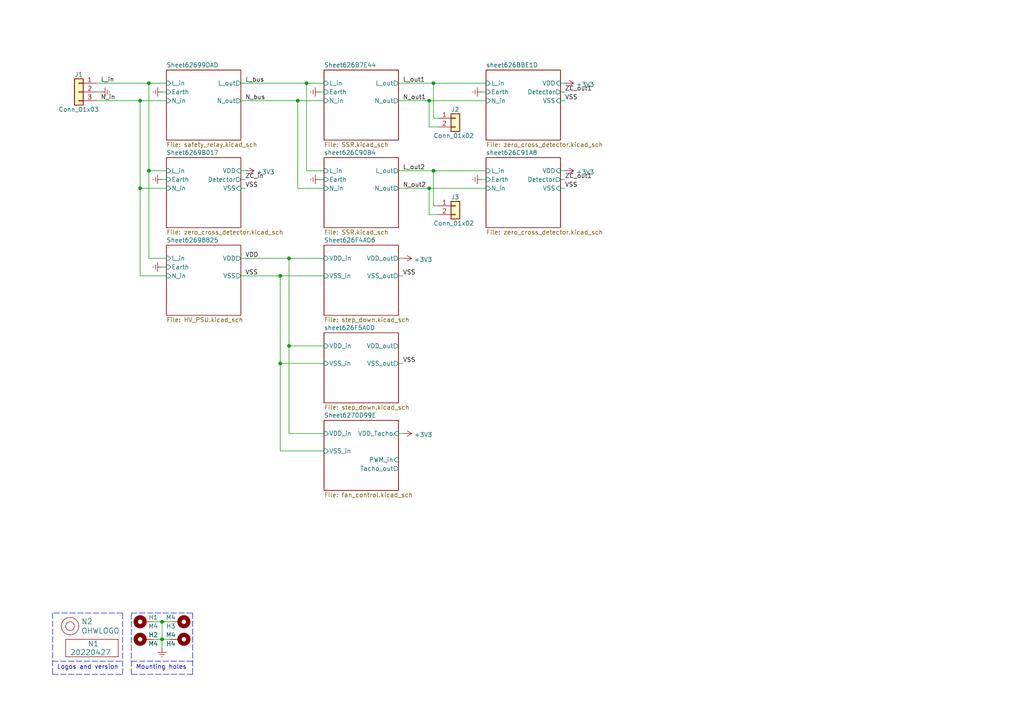
<source format=kicad_sch>
(kicad_sch (version 20211123) (generator eeschema)
  (paper "A4")
  (lib_symbols
    (symbol "Connector_Generic:Conn_01x02" (pin_names (offset 1.016) hide)
      (property "Reference" "J" (at 0 2.54 0))
      (property "Value" "Conn_01x02" (at 0 -5.08 0))
      (symbol "Conn_01x02_1_1"
        (rectangle (start -1.27 -2.413) (end 0 -2.667) (stroke (width 0.1524)))
        (rectangle (start -1.27 0.127) (end 0 -0.127) (stroke (width 0.1524)))
        (rectangle (start -1.27 1.27) (end 1.27 -3.81) (stroke (width 0.254)) (fill (type background)))
        (pin passive line (at -5.08 0 0) (length 3.81) (name "Pin_1") (number "1"))
        (pin passive line (at -5.08 -2.54 0) (length 3.81) (name "Pin_2") (number "2"))
      )
    )
    (symbol "Connector_Generic:Conn_01x03" (pin_names (offset 1.016) hide)
      (property "Reference" "J" (at 0 5.08 0))
      (property "Value" "Conn_01x03" (at 0 -5.08 0))
      (symbol "Conn_01x03_1_1"
        (rectangle (start -1.27 -2.413) (end 0 -2.667) (stroke (width 0.1524)))
        (rectangle (start -1.27 0.127) (end 0 -0.127) (stroke (width 0.1524)))
        (rectangle (start -1.27 2.667) (end 0 2.413) (stroke (width 0.1524)))
        (rectangle (start -1.27 3.81) (end 1.27 -3.81) (stroke (width 0.254)) (fill (type background)))
        (pin passive line (at -5.08 2.54 0) (length 3.81) (name "Pin_1") (number "1"))
        (pin passive line (at -5.08 0 0) (length 3.81) (name "Pin_2") (number "2"))
        (pin passive line (at -5.08 -2.54 0) (length 3.81) (name "Pin_3") (number "3"))
      )
    )
    (symbol "Mechanical:MountingHole_Pad" (pin_numbers hide) (pin_names (offset 1.016) hide)
      (property "Reference" "H" (at 0 6.35 0))
      (property "Value" "MountingHole_Pad" (at 0 4.445 0))
      (symbol "MountingHole_Pad_0_1"
        (circle (center 0 1.27) (radius 1.27) (stroke (width 1.27)))
      )
      (symbol "MountingHole_Pad_1_1"
        (pin input line (at 0 -2.54 90) (length 2.54) (name "1") (number "1"))
      )
    )
    (symbol "SquantorLabels:OHWLOGO" (pin_names (offset 1.016))
      (property "Reference" "N" (at 0 3.81 0))
      (property "Value" "OHWLOGO" (at 0 -3.81 0))
      (symbol "OHWLOGO_0_1"
        (circle (center 0 0) (radius 1.27))
        (circle (center 0 0) (radius 2.54))
      )
    )
    (symbol "SquantorLabels:VYYYYMMDD" (pin_names (offset 1.016))
      (property "Reference" "N" (at 0 2.54 0))
      (property "Value" "VYYYYMMDD" (at 0 0 0))
      (symbol "VYYYYMMDD_0_1"
        (rectangle (start 7.62 -1.27) (end -7.62 3.81))
      )
    )
    (symbol "power:+3.3V" (power) (pin_names (offset 0))
      (property "Value" "+3.3V" (at 0 3.556 0))
      (symbol "+3.3V_0_1"
        (polyline (pts (xy -0.762 1.27) (xy 0 2.54)))
        (polyline (pts (xy 0 0) (xy 0 2.54)))
        (polyline (pts (xy 0 2.54) (xy 0.762 1.27)))
      )
      (symbol "+3.3V_1_1"
        (pin power_in line (at 0 0 90) (length 0) hide (name "+3V3") (number "1"))
      )
    )
    (symbol "power:Earth" (power) (pin_names (offset 0))
      (symbol "Earth_0_1"
        (polyline (pts (xy -0.635 -1.905) (xy 0.635 -1.905)))
        (polyline (pts (xy -0.127 -2.54) (xy 0.127 -2.54)))
        (polyline (pts (xy 0 -1.27) (xy 0 0)))
        (polyline (pts (xy 1.27 -1.27) (xy -1.27 -1.27)))
      )
      (symbol "Earth_1_1"
        (pin power_in line (at 0 0 270) (length 0) hide (name "Earth") (number "1"))
      )
    )
  )
  (junction (at 40.64 29.21))
  (junction (at 81.28 105.41))
  (junction (at 40.64 54.61))
  (junction (at 83.82 74.93))
  (junction (at 43.18 49.53))
  (junction (at 124.46 29.21))
  (junction (at 81.28 80.01))
  (junction (at 124.46 54.61))
  (junction (at 83.82 100.33))
  (junction (at 46.99 180.34))
  (junction (at 86.36 29.21))
  (junction (at 46.99 185.42))
  (junction (at 125.73 24.13))
  (junction (at 88.9 24.13))
  (junction (at 125.73 49.53))
  (junction (at 43.18 24.13))
  (wire (pts (xy 71.12 52.07) (xy 69.85 52.07)))
  (wire (pts (xy 43.18 24.13) (xy 48.26 24.13)))
  (wire (pts (xy 43.18 49.53) (xy 48.26 49.53)))
  (polyline (pts (xy 15.24 191.77) (xy 35.56 191.77)))
  (polyline (pts (xy 15.24 195.58) (xy 35.56 195.58)))
  (wire (pts (xy 139.7 26.67) (xy 140.97 26.67)))
  (wire (pts (xy 88.9 24.13) (xy 93.98 24.13)))
  (wire (pts (xy 127 59.69) (xy 125.73 59.69)))
  (wire (pts (xy 43.18 24.13) (xy 43.18 49.53)))
  (wire (pts (xy 86.36 29.21) (xy 86.36 54.61)))
  (wire (pts (xy 43.18 74.93) (xy 43.18 49.53)))
  (wire (pts (xy 40.64 80.01) (xy 48.26 80.01)))
  (wire (pts (xy 83.82 74.93) (xy 83.82 100.33)))
  (wire (pts (xy 83.82 125.73) (xy 93.98 125.73)))
  (wire (pts (xy 86.36 54.61) (xy 93.98 54.61)))
  (wire (pts (xy 162.56 52.07) (xy 163.83 52.07)))
  (wire (pts (xy 69.85 29.21) (xy 86.36 29.21)))
  (polyline (pts (xy 35.56 195.58) (xy 35.56 177.8)))
  (wire (pts (xy 116.84 80.01) (xy 115.57 80.01)))
  (wire (pts (xy 46.99 52.07) (xy 48.26 52.07)))
  (wire (pts (xy 83.82 74.93) (xy 93.98 74.93)))
  (wire (pts (xy 69.85 24.13) (xy 88.9 24.13)))
  (wire (pts (xy 40.64 29.21) (xy 40.64 54.61)))
  (wire (pts (xy 46.99 180.34) (xy 49.53 180.34)))
  (wire (pts (xy 125.73 34.29) (xy 125.73 24.13)))
  (wire (pts (xy 139.7 52.07) (xy 140.97 52.07)))
  (wire (pts (xy 44.45 185.42) (xy 46.99 185.42)))
  (wire (pts (xy 49.53 185.42) (xy 46.99 185.42)))
  (wire (pts (xy 83.82 100.33) (xy 93.98 100.33)))
  (wire (pts (xy 81.28 80.01) (xy 93.98 80.01)))
  (polyline (pts (xy 38.1 195.58) (xy 38.1 177.8)))
  (wire (pts (xy 92.71 52.07) (xy 93.98 52.07)))
  (wire (pts (xy 162.56 26.67) (xy 163.83 26.67)))
  (wire (pts (xy 88.9 49.53) (xy 88.9 24.13)))
  (polyline (pts (xy 38.1 191.77) (xy 55.88 191.77)))
  (polyline (pts (xy 55.88 195.58) (xy 38.1 195.58)))
  (wire (pts (xy 115.57 54.61) (xy 124.46 54.61)))
  (wire (pts (xy 125.73 49.53) (xy 140.97 49.53)))
  (wire (pts (xy 83.82 100.33) (xy 83.82 125.73)))
  (wire (pts (xy 48.26 74.93) (xy 43.18 74.93)))
  (wire (pts (xy 81.28 105.41) (xy 81.28 130.81)))
  (wire (pts (xy 81.28 105.41) (xy 93.98 105.41)))
  (wire (pts (xy 27.94 29.21) (xy 40.64 29.21)))
  (polyline (pts (xy 35.56 177.8) (xy 15.24 177.8)))
  (wire (pts (xy 127 34.29) (xy 125.73 34.29)))
  (wire (pts (xy 124.46 29.21) (xy 140.97 29.21)))
  (wire (pts (xy 163.83 29.21) (xy 162.56 29.21)))
  (wire (pts (xy 116.84 105.41) (xy 115.57 105.41)))
  (wire (pts (xy 46.99 26.67) (xy 48.26 26.67)))
  (wire (pts (xy 86.36 29.21) (xy 93.98 29.21)))
  (wire (pts (xy 124.46 29.21) (xy 124.46 36.83)))
  (wire (pts (xy 40.64 29.21) (xy 48.26 29.21)))
  (wire (pts (xy 92.71 26.67) (xy 93.98 26.67)))
  (wire (pts (xy 163.83 54.61) (xy 162.56 54.61)))
  (wire (pts (xy 46.99 185.42) (xy 46.99 187.96)))
  (polyline (pts (xy 15.24 177.8) (xy 15.24 195.58)))
  (wire (pts (xy 115.57 49.53) (xy 125.73 49.53)))
  (wire (pts (xy 71.12 49.53) (xy 69.85 49.53)))
  (wire (pts (xy 93.98 49.53) (xy 88.9 49.53)))
  (wire (pts (xy 40.64 54.61) (xy 40.64 80.01)))
  (wire (pts (xy 44.45 180.34) (xy 46.99 180.34)))
  (wire (pts (xy 115.57 29.21) (xy 124.46 29.21)))
  (wire (pts (xy 125.73 24.13) (xy 140.97 24.13)))
  (wire (pts (xy 124.46 62.23) (xy 127 62.23)))
  (wire (pts (xy 69.85 80.01) (xy 81.28 80.01)))
  (wire (pts (xy 27.94 26.67) (xy 29.21 26.67)))
  (wire (pts (xy 124.46 36.83) (xy 127 36.83)))
  (wire (pts (xy 163.83 24.13) (xy 162.56 24.13)))
  (wire (pts (xy 46.99 77.47) (xy 48.26 77.47)))
  (wire (pts (xy 115.57 24.13) (xy 125.73 24.13)))
  (wire (pts (xy 40.64 54.61) (xy 48.26 54.61)))
  (wire (pts (xy 81.28 130.81) (xy 93.98 130.81)))
  (wire (pts (xy 125.73 59.69) (xy 125.73 49.53)))
  (polyline (pts (xy 55.88 177.8) (xy 55.88 195.58)))
  (wire (pts (xy 116.84 74.93) (xy 115.57 74.93)))
  (wire (pts (xy 124.46 54.61) (xy 124.46 62.23)))
  (polyline (pts (xy 38.1 177.8) (xy 55.88 177.8)))
  (wire (pts (xy 46.99 180.34) (xy 46.99 185.42)))
  (wire (pts (xy 69.85 74.93) (xy 83.82 74.93)))
  (wire (pts (xy 124.46 54.61) (xy 140.97 54.61)))
  (wire (pts (xy 71.12 54.61) (xy 69.85 54.61)))
  (wire (pts (xy 162.56 49.53) (xy 163.83 49.53)))
  (wire (pts (xy 81.28 80.01) (xy 81.28 105.41)))
  (wire (pts (xy 27.94 24.13) (xy 43.18 24.13)))
  (wire (pts (xy 116.84 125.73) (xy 115.57 125.73)))
  (text "Mounting holes" (at 39.37 194.31 0) (effects (font (size 1.27 1.27)) (justify left bottom)))
  (text "Logos and version" (at 16.51 194.31 0) (effects (font (size 1.27 1.27)) (justify left bottom)))
  (label "N_in" (at 29.21 29.21 0))
  (label "VSS" (at 163.83 54.61 0))
  (label "L_out1" (at 116.84 24.13 0))
  (label "ZC_in" (at 71.12 52.07 0))
  (label "L_bus" (at 71.12 24.13 0))
  (label "VSS" (at 116.84 105.41 0))
  (label "N_out1" (at 116.84 29.21 0))
  (label "VDD" (at 71.12 74.93 0))
  (label "N_out2" (at 116.84 54.61 0))
  (label "VSS" (at 71.12 80.01 0))
  (label "VSS" (at 163.83 29.21 0))
  (label "L_in" (at 29.21 24.13 0))
  (label "ZC_out1" (at 163.83 26.67 0))
  (label "L_out2" (at 116.84 49.53 0))
  (label "VSS" (at 116.84 80.01 0))
  (label "VSS" (at 71.12 54.61 0))
  (label "ZC_out1" (at 163.83 52.07 0))
  (label "N_bus" (at 71.12 29.21 0))
  (symbol (lib_id "SquantorLabels:VYYYYMMDD") (at 26.67 189.23 0) (unit 1)
    (property "Reference" "N1" (at 25.4 186.69 0) (effects (font (size 1.524 1.524)) (justify left)))
    (property "Value" "20220427" (at 20.32 189.23 0) (effects (font (size 1.524 1.524)) (justify left)))
    (property "Footprint" "SquantorLabels:Label_Generic" (effects hide))
  )
  (symbol (lib_id "SquantorLabels:OHWLOGO") (at 20.32 181.61 0) (unit 1)
    (property "Reference" "N2" (at 23.5712 180.2638 0) (effects (font (size 1.524 1.524)) (justify left)))
    (property "Value" "OHWLOGO" (at 23.5712 182.9562 0) (effects (font (size 1.524 1.524)) (justify left)))
    (property "Footprint" "Symbol:OSHW-Symbol_6.7x6mm_SilkScreen" (effects hide))
  )
  (symbol (lib_id "Connector_Generic:Conn_01x03") (at 22.86 26.67 0) (mirror y) (unit 1)
    (property "Reference" "J1" (at 22.86 21.59 0))
    (property "Value" "Conn_01x03" (at 22.86 31.75 0))
    (property "Footprint" "SquantorPhoenixContact:MKDS_3conn_508pitch_1711725" (effects hide))
  )
  (symbol (lib_id "power:Earth") (at 29.21 26.67 90) (unit 1)
    (property "Reference" "#PWR0101" (effects hide))
    (property "Value" "Earth" (effects hide))
  )
  (symbol (lib_id "Mechanical:MountingHole_Pad") (at 41.91 180.34 90) (unit 1)
    (property "Reference" "H1" (at 44.45 179.07 90))
    (property "Value" "M4" (at 44.45 181.61 90))
    (property "Footprint" "MountingHole:MountingHole_4.3mm_M4_Pad_Via" (effects hide))
  )
  (symbol (lib_id "Mechanical:MountingHole_Pad") (at 41.91 185.42 90) (unit 1)
    (property "Reference" "H2" (at 44.45 184.15 90))
    (property "Value" "M4" (at 44.45 186.69 90))
    (property "Footprint" "MountingHole:MountingHole_4.3mm_M4_Pad_Via" (effects hide))
  )
  (symbol (lib_id "Mechanical:MountingHole_Pad") (at 52.07 185.42 270) (unit 1)
    (property "Reference" "H4" (at 49.53 186.69 90))
    (property "Value" "M4" (at 49.53 184.15 90))
    (property "Footprint" "MountingHole:MountingHole_4.3mm_M4_Pad_Via" (effects hide))
  )
  (symbol (lib_id "Mechanical:MountingHole_Pad") (at 52.07 180.34 270) (unit 1)
    (property "Reference" "H3" (at 49.53 181.61 90))
    (property "Value" "M4" (at 49.53 179.07 90))
    (property "Footprint" "MountingHole:MountingHole_4.3mm_M4_Pad_Via" (effects hide))
  )
  (symbol (lib_id "power:Earth") (at 46.99 187.96 0) (unit 1)
    (property "Reference" "#PWR0102" (effects hide))
    (property "Value" "Earth" (effects hide))
  )
  (symbol (lib_id "power:Earth") (at 46.99 26.67 270) (unit 1)
    (property "Reference" "#PWR0103" (effects hide))
    (property "Value" "Earth" (effects hide))
  )
  (symbol (lib_id "power:Earth") (at 46.99 52.07 270) (unit 1)
    (property "Reference" "#PWR0104" (effects hide))
    (property "Value" "Earth" (effects hide))
  )
  (symbol (lib_id "power:Earth") (at 46.99 77.47 270) (unit 1)
    (property "Reference" "#PWR0105" (effects hide))
    (property "Value" "Earth" (effects hide))
  )
  (symbol (lib_id "power:+3.3V") (at 71.12 49.53 270) (unit 1)
    (property "Reference" "#PWR0107" (effects hide))
    (property "Value" "+3.3V" (at 74.3712 49.911 90) (effects (justify left)))
  )
  (symbol (lib_id "power:Earth") (at 92.71 26.67 270) (unit 1)
    (property "Reference" "#PWR0108" (effects hide))
    (property "Value" "Earth" (effects hide))
  )
  (symbol (lib_id "Connector_Generic:Conn_01x02") (at 132.08 34.29 0) (unit 1)
    (property "Reference" "J2" (at 130.81 31.75 0) (effects (justify left)))
    (property "Value" "Conn_01x02" (at 125.73 39.37 0) (effects (justify left)))
    (property "Footprint" "SquantorPhoenixContact:MKDS_2conn_508pitch_1711725" (effects hide))
  )
  (symbol (lib_id "power:Earth") (at 139.7 26.67 270) (unit 1)
    (property "Reference" "#PWR0109" (effects hide))
    (property "Value" "Earth" (effects hide))
  )
  (symbol (lib_id "power:+3.3V") (at 163.83 24.13 270) (unit 1)
    (property "Reference" "#PWR0110" (effects hide))
    (property "Value" "+3.3V" (at 167.0812 24.511 90) (effects (justify left)))
  )
  (symbol (lib_id "Connector_Generic:Conn_01x02") (at 132.08 59.69 0) (unit 1)
    (property "Reference" "J3" (at 130.81 57.15 0) (effects (justify left)))
    (property "Value" "Conn_01x02" (at 125.73 64.77 0) (effects (justify left)))
    (property "Footprint" "SquantorPhoenixContact:MKDS_2conn_508pitch_1711725" (effects hide))
  )
  (symbol (lib_id "power:Earth") (at 139.7 52.07 270) (unit 1)
    (property "Reference" "#PWR0111" (effects hide))
    (property "Value" "Earth" (effects hide))
  )
  (symbol (lib_id "power:Earth") (at 92.71 52.07 270) (unit 1)
    (property "Reference" "#PWR0112" (effects hide))
    (property "Value" "Earth" (effects hide))
  )
  (symbol (lib_id "power:+3.3V") (at 163.83 49.53 270) (unit 1)
    (property "Reference" "#PWR0113" (effects hide))
    (property "Value" "+3.3V" (at 167.0812 49.911 90) (effects (justify left)))
  )
  (symbol (lib_id "power:+3.3V") (at 116.84 74.93 270) (unit 1)
    (property "Reference" "#PWR0114" (effects hide))
    (property "Value" "+3.3V" (at 120.0912 75.311 90) (effects (justify left)))
  )
  (symbol (lib_id "power:+3.3V") (at 116.84 125.73 270) (unit 1)
    (property "Reference" "#PWR0115" (effects hide))
    (property "Value" "+3.3V" (at 120.0912 126.111 90) (effects (justify left)))
  )
  (sheet (at 48.26 71.12) (size 21.59 20.32)
    (property "Sheet name" "Sheet62698825" (at 48.26 70.4084 0) (effects (justify left bottom)))
    (property "Sheet file" "HV_PSU.kicad_sch" (at 48.26 92.0246 0) (effects (justify left top)))
    (pin "L_in" input (at 48.26 74.93 180))
    (pin "Earth" input (at 48.26 77.47 180))
    (pin "N_in" input (at 48.26 80.01 180))
    (pin "VDD" output (at 69.85 74.93 0))
    (pin "VSS" output (at 69.85 80.01 0))
  )
  (sheet (at 48.26 20.32) (size 21.59 20.32)
    (property "Sheet name" "Sheet62699DAD" (at 48.26 19.6084 0) (effects (justify left bottom)))
    (property "Sheet file" "safety_relay.kicad_sch" (at 48.26 41.2246 0) (effects (justify left top)))
    (pin "L_in" input (at 48.26 24.13 180))
    (pin "N_in" input (at 48.26 29.21 180))
    (pin "L_out" output (at 69.85 24.13 0))
    (pin "N_out" output (at 69.85 29.21 0))
    (pin "Earth" input (at 48.26 26.67 180))
  )
  (sheet (at 48.26 45.72) (size 21.59 20.32)
    (property "Sheet name" "Sheet6269B017" (at 48.26 45.0084 0) (effects (justify left bottom)))
    (property "Sheet file" "zero_cross_detector.kicad_sch" (at 48.26 66.6246 0) (effects (justify left top)))
    (pin "L_in" input (at 48.26 49.53 180))
    (pin "Earth" input (at 48.26 52.07 180))
    (pin "N_in" input (at 48.26 54.61 180))
    (pin "VDD" input (at 69.85 49.53 0))
    (pin "VSS" input (at 69.85 54.61 0))
    (pin "Detector" output (at 69.85 52.07 0))
  )
  (sheet (at 93.98 20.32) (size 21.59 20.32)
    (property "Sheet name" "Sheet626B7E44" (at 93.98 19.6084 0) (effects (justify left bottom)))
    (property "Sheet file" "SSR.kicad_sch" (at 93.98 41.2246 0) (effects (justify left top)))
    (pin "L_in" input (at 93.98 24.13 180))
    (pin "Earth" input (at 93.98 26.67 180))
    (pin "N_in" input (at 93.98 29.21 180))
    (pin "L_out" output (at 115.57 24.13 0))
    (pin "N_out" output (at 115.57 29.21 0))
  )
  (sheet (at 140.97 20.32) (size 21.59 20.32)
    (property "Sheet name" "sheet626BBE1D" (at 140.97 19.6084 0) (effects (justify left bottom)))
    (property "Sheet file" "zero_cross_detector.kicad_sch" (at 140.97 41.2246 0) (effects (justify left top)))
    (pin "L_in" input (at 140.97 24.13 180))
    (pin "Earth" input (at 140.97 26.67 180))
    (pin "N_in" input (at 140.97 29.21 180))
    (pin "VDD" input (at 162.56 24.13 0))
    (pin "VSS" input (at 162.56 29.21 0))
    (pin "Detector" output (at 162.56 26.67 0))
  )
  (sheet (at 93.98 45.72) (size 21.59 20.32)
    (property "Sheet name" "sheet626C90B4" (at 93.98 45.0084 0) (effects (justify left bottom)))
    (property "Sheet file" "SSR.kicad_sch" (at 93.98 66.6246 0) (effects (justify left top)))
    (pin "L_in" input (at 93.98 49.53 180))
    (pin "Earth" input (at 93.98 52.07 180))
    (pin "N_in" input (at 93.98 54.61 180))
    (pin "L_out" output (at 115.57 49.53 0))
    (pin "N_out" output (at 115.57 54.61 0))
  )
  (sheet (at 140.97 45.72) (size 21.59 20.32)
    (property "Sheet name" "sheet626C91A8" (at 140.97 45.0084 0) (effects (justify left bottom)))
    (property "Sheet file" "zero_cross_detector.kicad_sch" (at 140.97 66.6246 0) (effects (justify left top)))
    (pin "L_in" input (at 140.97 49.53 180))
    (pin "Earth" input (at 140.97 52.07 180))
    (pin "N_in" input (at 140.97 54.61 180))
    (pin "VDD" input (at 162.56 49.53 0))
    (pin "VSS" input (at 162.56 54.61 0))
    (pin "Detector" output (at 162.56 52.07 0))
  )
  (sheet (at 93.98 71.12) (size 21.59 20.32)
    (property "Sheet name" "Sheet626F4AD6" (at 93.98 70.4084 0) (effects (justify left bottom)))
    (property "Sheet file" "step_down.kicad_sch" (at 93.98 92.0246 0) (effects (justify left top)))
    (pin "VDD_in" input (at 93.98 74.93 180))
    (pin "VSS_in" input (at 93.98 80.01 180))
    (pin "VDD_out" output (at 115.57 74.93 0))
    (pin "VSS_out" output (at 115.57 80.01 0))
  )
  (sheet (at 93.98 96.52) (size 21.59 20.32)
    (property "Sheet name" "sheet626F5A0D" (at 93.98 95.8084 0) (effects (justify left bottom)))
    (property "Sheet file" "step_down.kicad_sch" (at 93.98 117.4246 0) (effects (justify left top)))
    (pin "VDD_in" input (at 93.98 100.33 180))
    (pin "VSS_in" input (at 93.98 105.41 180))
    (pin "VDD_out" output (at 115.57 100.33 0))
    (pin "VSS_out" output (at 115.57 105.41 0))
  )
  (sheet (at 93.98 121.92) (size 21.59 20.32)
    (property "Sheet name" "Sheet6270D99E" (at 93.98 121.2084 0) (effects (justify left bottom)))
    (property "Sheet file" "fan_control.kicad_sch" (at 93.98 142.8246 0) (effects (justify left top)))
    (pin "VDD_in" input (at 93.98 125.73 180))
    (pin "VSS_in" input (at 93.98 130.81 180))
    (pin "PWM_in" input (at 115.57 133.35 0))
    (pin "Tacho_out" output (at 115.57 135.89 0))
    (pin "VDD_Tacho" input (at 115.57 125.73 0))
  )
)
</source>
